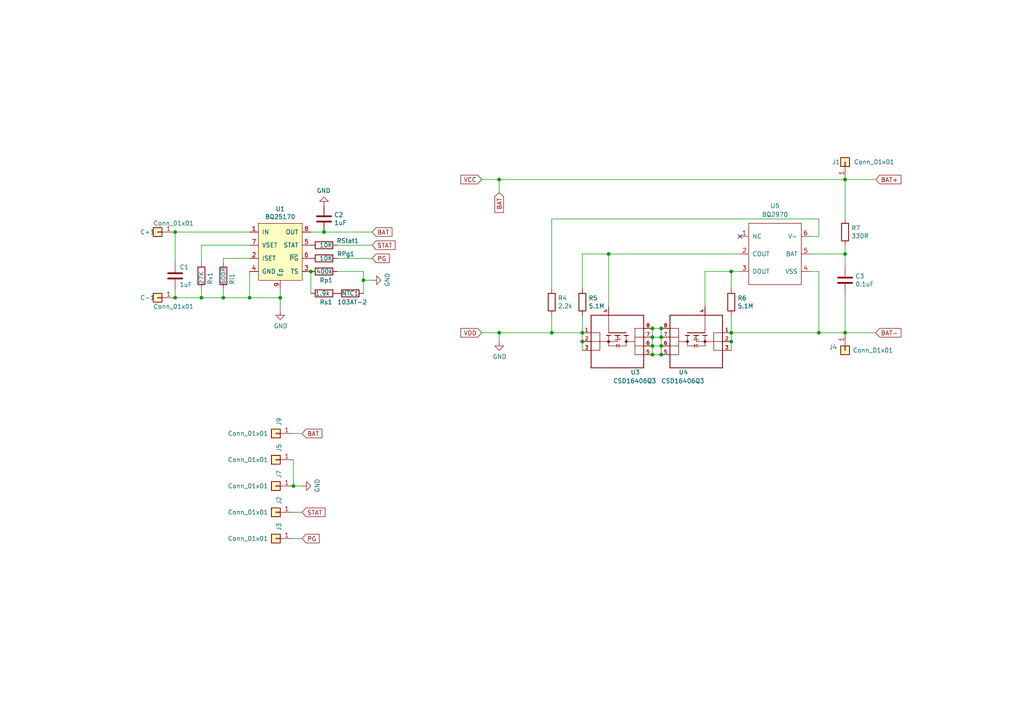
<source format=kicad_sch>
(kicad_sch (version 20211123) (generator eeschema)
  (paper "A4")
  (lib_symbols
    (symbol "BQ25170:BQ25170" (pin_names (offset 1.016))
      (property "Reference" "U" (at 0 11.43 0))
      (property "Value" "BQ25170" (at 0 8.89 0))
      (symbol "BQ25170_0_1"
        (rectangle (start -6.35 7.62) (end 6.35 -8.89) (fill (type background)))
      )
      (symbol "BQ25170_1_1"
        (pin input line (at -8.89 5.08 0) (length 2.54) (name "IN") (number "1"))
        (pin input line (at -8.89 -2.54 0) (length 2.54) (name "ISET") (number "2"))
        (pin input line (at 8.89 -6.35 180) (length 2.54) (name "TS") (number "3"))
        (pin input line (at -8.89 -6.35 0) (length 2.54) (name "GND") (number "4"))
        (pin input line (at 8.89 1.27 180) (length 2.54) (name "STAT") (number "5"))
        (pin input line (at 8.89 -2.54 180) (length 2.54) (name "~{PG}") (number "6"))
        (pin input line (at -8.89 1.27 0) (length 2.54) (name "VSET") (number "7"))
        (pin input line (at 8.89 5.08 180) (length 2.54) (name "OUT") (number "8"))
        (pin input line (at 0 -11.43 90) (length 2.54) (name "Ep") (number "9"))
      )
    )
    (symbol "BQ2970:BQ2970" (pin_names (offset 1.016))
      (property "Reference" "U" (at 0 10.16 0))
      (property "Value" "BQ2970" (at 0 10.16 0))
      (symbol "BQ2970_1_1"
        (rectangle (start -7.62 8.89) (end 7.62 -8.89))
        (pin input line (at -10.16 5.08 0) (length 2.54) (name "NC") (number "1"))
        (pin input line (at -10.16 0 0) (length 2.54) (name "COUT") (number "2"))
        (pin passive line (at -10.16 -5.08 0) (length 2.54) (name "DOUT") (number "3"))
        (pin input line (at 10.16 -5.08 180) (length 2.54) (name "VSS") (number "4"))
        (pin input line (at 10.16 0 180) (length 2.54) (name "BAT") (number "5"))
        (pin input line (at 10.16 5.08 180) (length 2.54) (name "V-") (number "6"))
      )
    )
    (symbol "CSD16406Q3:CSD16406Q3" (pin_names (offset 1.016))
      (property "Reference" "U" (at 0 16.51 0))
      (property "Value" "CSD16406Q3" (at 0 16.51 0))
      (symbol "CSD16406Q3_1_1"
        (circle (center 0 -2.54) (radius 0.2032) (stroke (width 0.4064)))
        (polyline (pts (xy -7.62 -7.62) (xy -7.62 -5.08)) (stroke (width 0.254)))
        (polyline (pts (xy -7.62 -5.08) (xy -7.62 0)) (stroke (width 0.254)))
        (polyline (pts (xy -7.62 -2.54) (xy -3.81 -2.54)) (stroke (width 0.1524)))
        (polyline (pts (xy -7.62 0) (xy -7.62 2.54)) (stroke (width 0.254)))
        (polyline (pts (xy -7.62 2.54) (xy -7.62 5.08)) (stroke (width 0.254)))
        (polyline (pts (xy -7.62 5.08) (xy -7.62 7.62)) (stroke (width 0.254)))
        (polyline (pts (xy -7.62 7.62) (xy 7.62 7.62)) (stroke (width 0.254)))
        (polyline (pts (xy -3.81 -2.54) (xy -2.54 -2.54)) (stroke (width 0.1524)))
        (polyline (pts (xy -3.81 5.08) (xy -3.81 7.62)) (stroke (width 0.1524)))
        (polyline (pts (xy -2.54 -7.62) (xy -2.54 -5.08)) (stroke (width 0.1524)))
        (polyline (pts (xy -2.54 -5.08) (xy 0 -5.08)) (stroke (width 0.1524)))
        (polyline (pts (xy -2.54 2.54) (xy -2.54 -2.54)) (stroke (width 0.254)))
        (polyline (pts (xy -1.778 -2.54) (xy -1.778 -3.175)) (stroke (width 0.254)))
        (polyline (pts (xy -1.778 -1.905) (xy -1.778 -2.54)) (stroke (width 0.254)))
        (polyline (pts (xy -1.778 0) (xy -1.778 -0.762)) (stroke (width 0.254)))
        (polyline (pts (xy -1.778 0) (xy 0 0)) (stroke (width 0.1524)))
        (polyline (pts (xy -1.778 0.762) (xy -1.778 0)) (stroke (width 0.254)))
        (polyline (pts (xy -1.778 2.54) (xy -1.778 1.905)) (stroke (width 0.254)))
        (polyline (pts (xy -1.778 2.54) (xy 0 2.54)) (stroke (width 0.1524)))
        (polyline (pts (xy -1.778 3.175) (xy -1.778 2.54)) (stroke (width 0.254)))
        (polyline (pts (xy -1.27 5.08) (xy -3.81 5.08)) (stroke (width 0.1524)))
        (polyline (pts (xy -1.27 5.08) (xy -1.27 7.62)) (stroke (width 0.1524)))
        (polyline (pts (xy 0 -7.62) (xy 0 -5.08)) (stroke (width 0.1524)))
        (polyline (pts (xy 0 -5.08) (xy 2.54 -5.08)) (stroke (width 0.1524)))
        (polyline (pts (xy 0 -3.81) (xy 0 -5.08)))
        (polyline (pts (xy 0 -3.81) (xy 0 -2.54)) (stroke (width 0.1524)))
        (polyline (pts (xy 0 -2.54) (xy -1.778 -2.54)) (stroke (width 0.1524)))
        (polyline (pts (xy 0 -2.54) (xy 1.27 -2.54)) (stroke (width 0.1524)))
        (polyline (pts (xy 0 0) (xy 0 -2.54)) (stroke (width 0.1524)))
        (polyline (pts (xy 0 2.54) (xy 1.27 2.54)) (stroke (width 0.1524)))
        (polyline (pts (xy 0 5.08) (xy 0 2.54)) (stroke (width 0.1524)))
        (polyline (pts (xy 1.27 0.508) (xy 0.762 0.508)) (stroke (width 0.1524)))
        (polyline (pts (xy 1.27 0.508) (xy 1.27 -2.54)) (stroke (width 0.1524)))
        (polyline (pts (xy 1.27 2.54) (xy 1.27 0.508)) (stroke (width 0.1524)))
        (polyline (pts (xy 1.27 5.08) (xy -1.27 5.08)) (stroke (width 0.1524)))
        (polyline (pts (xy 1.27 5.08) (xy 1.27 7.62)) (stroke (width 0.1524)))
        (polyline (pts (xy 1.778 0.508) (xy 1.27 0.508)) (stroke (width 0.1524)))
        (polyline (pts (xy 2.54 -5.08) (xy 2.54 -7.62)) (stroke (width 0.1524)))
        (polyline (pts (xy 3.81 5.08) (xy 1.27 5.08)) (stroke (width 0.1524)))
        (polyline (pts (xy 3.81 5.08) (xy 3.81 7.62)) (stroke (width 0.1524)))
        (polyline (pts (xy 7.62 -7.62) (xy -7.62 -7.62)) (stroke (width 0.254)))
        (polyline (pts (xy 7.62 -2.54) (xy 7.62 -7.62)) (stroke (width 0.254)))
        (polyline (pts (xy 7.62 0) (xy 7.62 -2.54)) (stroke (width 0.254)))
        (polyline (pts (xy 7.62 2.54) (xy 7.62 0)) (stroke (width 0.254)))
        (polyline (pts (xy 7.62 5.08) (xy 7.62 2.54)) (stroke (width 0.254)))
        (polyline (pts (xy 7.62 7.62) (xy 7.62 5.08)) (stroke (width 0.254)))
        (polyline (pts (xy -1.524 0) (xy -0.508 0.762) (xy -0.508 -0.762)) (stroke (width 0.1524)) (fill (type background)))
        (polyline (pts (xy 1.27 0.508) (xy 0.762 -0.254) (xy 1.778 -0.254)) (stroke (width 0.1524)) (fill (type background)))
        (circle (center 0 2.54) (radius 0.2032) (stroke (width 0.4064)))
        (pin passive line (at -2.54 -10.16 90) (length 2.54) (name "~") (number "1"))
        (pin passive line (at 0 -10.16 90) (length 2.54) (name "~") (number "2"))
        (pin passive line (at 2.54 -10.16 90) (length 2.54) (name "~") (number "3"))
        (pin passive line (at -10.16 -2.54 0) (length 2.54) (name "~") (number "4"))
        (pin passive line (at 3.81 10.16 270) (length 2.54) (name "~") (number "5"))
        (pin passive line (at 1.27 10.16 270) (length 2.54) (name "~") (number "6"))
        (pin passive line (at -1.27 10.16 270) (length 2.54) (name "~") (number "7"))
        (pin passive line (at -3.81 10.16 270) (length 2.54) (name "~") (number "8"))
      )
    )
    (symbol "Connector_Generic:Conn_01x01" (pin_names (offset 1.016) hide)
      (property "Reference" "J" (at 0 2.54 0))
      (property "Value" "Conn_01x01" (at 0 -2.54 0))
      (symbol "Conn_01x01_1_1"
        (rectangle (start -1.27 0.127) (end 0 -0.127) (stroke (width 0.1524)))
        (rectangle (start -1.27 1.27) (end 1.27 -1.27) (stroke (width 0.254)) (fill (type background)))
        (pin passive line (at -5.08 0 0) (length 3.81) (name "Pin_1") (number "1"))
      )
    )
    (symbol "Device:C" (pin_numbers hide) (pin_names (offset 0.254))
      (property "Reference" "C" (at 0.635 2.54 0))
      (property "Value" "C" (at 0.635 -2.54 0))
      (symbol "C_0_1"
        (polyline (pts (xy -2.032 -0.762) (xy 2.032 -0.762)) (stroke (width 0.508)))
        (polyline (pts (xy -2.032 0.762) (xy 2.032 0.762)) (stroke (width 0.508)))
      )
      (symbol "C_1_1"
        (pin passive line (at 0 3.81 270) (length 2.794) (name "~") (number "1"))
        (pin passive line (at 0 -3.81 90) (length 2.794) (name "~") (number "2"))
      )
    )
    (symbol "Device:R" (pin_numbers hide) (pin_names (offset 0))
      (property "Reference" "R" (at 2.032 0 90))
      (property "Value" "R" (at 0 0 90))
      (symbol "R_0_1"
        (rectangle (start -1.016 -2.54) (end 1.016 2.54) (stroke (width 0.254)))
      )
      (symbol "R_1_1"
        (pin passive line (at 0 3.81 270) (length 1.27) (name "~") (number "1"))
        (pin passive line (at 0 -3.81 90) (length 1.27) (name "~") (number "2"))
      )
    )
    (symbol "power:GND" (power) (pin_names (offset 0))
      (property "Value" "GND" (at 0 -3.81 0))
      (symbol "GND_0_1"
        (polyline (pts (xy 0 0) (xy 0 -1.27) (xy 1.27 -1.27) (xy 0 -2.54) (xy -1.27 -1.27) (xy 0 -1.27)))
      )
      (symbol "GND_1_1"
        (pin power_in line (at 0 0 270) (length 0) hide (name "GND") (number "1"))
      )
    )
  )
  (junction (at 58.42 86.36))
  (junction (at 168.91 96.52))
  (junction (at 144.78 96.52))
  (junction (at 212.09 96.52))
  (junction (at 160.02 96.52))
  (junction (at 212.09 78.74))
  (junction (at 176.53 73.66))
  (junction (at 245.11 73.66))
  (junction (at 237.49 96.52))
  (junction (at 189.23 97.79))
  (junction (at 105.41 81.28))
  (junction (at 50.8 86.36))
  (junction (at 189.23 95.25))
  (junction (at 191.77 100.33))
  (junction (at 245.11 96.52))
  (junction (at 168.91 99.06))
  (junction (at 189.23 102.87))
  (junction (at 50.8 67.31))
  (junction (at 81.28 86.36))
  (junction (at 245.11 52.07))
  (junction (at 93.98 67.31))
  (junction (at 191.77 95.25))
  (junction (at 85.09 140.97))
  (junction (at 212.09 99.06))
  (junction (at 191.77 102.87))
  (junction (at 90.17 78.74))
  (junction (at 191.77 97.79))
  (junction (at 72.39 86.36))
  (junction (at 144.78 52.07))
  (junction (at 189.23 100.33))
  (junction (at 64.77 86.36))
  (no_connect (at 214.63 68.58))
  (wire (pts (xy 176.53 73.66) (xy 176.53 88.9)))
  (wire (pts (xy 212.09 96.52) (xy 237.49 96.52)))
  (wire (pts (xy 212.09 91.44) (xy 212.09 96.52)))
  (wire (pts (xy 237.49 68.58) (xy 237.49 63.5)))
  (wire (pts (xy 212.09 101.6) (xy 212.09 99.06)))
  (wire (pts (xy 97.79 74.93) (xy 107.95 74.93)))
  (wire (pts (xy 160.02 91.44) (xy 160.02 96.52)))
  (wire (pts (xy 189.23 95.25) (xy 191.77 95.25)))
  (wire (pts (xy 85.09 156.21) (xy 87.63 156.21)))
  (wire (pts (xy 144.78 96.52) (xy 144.78 99.06)))
  (wire (pts (xy 234.95 68.58) (xy 237.49 68.58)))
  (wire (pts (xy 245.11 73.66) (xy 245.11 77.47)))
  (wire (pts (xy 105.41 81.28) (xy 105.41 85.09)))
  (wire (pts (xy 234.95 73.66) (xy 245.11 73.66)))
  (wire (pts (xy 212.09 99.06) (xy 212.09 96.52)))
  (wire (pts (xy 85.09 148.59) (xy 87.63 148.59)))
  (wire (pts (xy 85.09 125.73) (xy 87.63 125.73)))
  (wire (pts (xy 189.23 95.25) (xy 189.23 97.79)))
  (wire (pts (xy 97.79 71.12) (xy 107.95 71.12)))
  (wire (pts (xy 245.11 52.07) (xy 245.11 63.5)))
  (wire (pts (xy 189.23 100.33) (xy 191.77 100.33)))
  (wire (pts (xy 50.8 67.31) (xy 72.39 67.31)))
  (wire (pts (xy 81.28 86.36) (xy 72.39 86.36)))
  (wire (pts (xy 189.23 100.33) (xy 189.23 102.87)))
  (wire (pts (xy 85.09 133.35) (xy 85.09 140.97)))
  (wire (pts (xy 105.41 78.74) (xy 105.41 81.28)))
  (wire (pts (xy 245.11 52.07) (xy 144.78 52.07)))
  (wire (pts (xy 237.49 78.74) (xy 234.95 78.74)))
  (wire (pts (xy 64.77 74.93) (xy 72.39 74.93)))
  (wire (pts (xy 168.91 83.82) (xy 168.91 73.66)))
  (wire (pts (xy 160.02 63.5) (xy 160.02 83.82)))
  (wire (pts (xy 168.91 99.06) (xy 168.91 101.6)))
  (wire (pts (xy 254 96.52) (xy 245.11 96.52)))
  (wire (pts (xy 245.11 52.07) (xy 254 52.07)))
  (wire (pts (xy 191.77 100.33) (xy 191.77 102.87)))
  (wire (pts (xy 64.77 83.82) (xy 64.77 86.36)))
  (wire (pts (xy 58.42 86.36) (xy 64.77 86.36)))
  (wire (pts (xy 204.47 78.74) (xy 212.09 78.74)))
  (wire (pts (xy 168.91 96.52) (xy 160.02 96.52)))
  (wire (pts (xy 245.11 73.66) (xy 245.11 71.12)))
  (wire (pts (xy 212.09 78.74) (xy 214.63 78.74)))
  (wire (pts (xy 168.91 96.52) (xy 168.91 99.06)))
  (wire (pts (xy 58.42 83.82) (xy 58.42 86.36)))
  (wire (pts (xy 58.42 71.12) (xy 58.42 76.2)))
  (wire (pts (xy 191.77 97.79) (xy 191.77 100.33)))
  (wire (pts (xy 90.17 78.74) (xy 90.17 85.09)))
  (wire (pts (xy 189.23 97.79) (xy 191.77 97.79)))
  (wire (pts (xy 64.77 76.2) (xy 64.77 74.93)))
  (wire (pts (xy 97.79 78.74) (xy 105.41 78.74)))
  (wire (pts (xy 189.23 102.87) (xy 191.77 102.87)))
  (wire (pts (xy 168.91 73.66) (xy 176.53 73.66)))
  (wire (pts (xy 245.11 96.52) (xy 237.49 96.52)))
  (wire (pts (xy 144.78 52.07) (xy 144.78 55.88)))
  (wire (pts (xy 189.23 97.79) (xy 189.23 100.33)))
  (wire (pts (xy 237.49 63.5) (xy 160.02 63.5)))
  (wire (pts (xy 204.47 78.74) (xy 204.47 88.9)))
  (wire (pts (xy 81.28 83.82) (xy 81.28 86.36)))
  (wire (pts (xy 105.41 81.28) (xy 107.95 81.28)))
  (wire (pts (xy 72.39 86.36) (xy 72.39 78.74)))
  (wire (pts (xy 58.42 71.12) (xy 72.39 71.12)))
  (wire (pts (xy 50.8 86.36) (xy 58.42 86.36)))
  (wire (pts (xy 50.8 83.82) (xy 50.8 86.36)))
  (wire (pts (xy 93.98 67.31) (xy 107.95 67.31)))
  (wire (pts (xy 245.11 85.09) (xy 245.11 96.52)))
  (wire (pts (xy 81.28 86.36) (xy 81.28 90.17)))
  (wire (pts (xy 144.78 52.07) (xy 139.7 52.07)))
  (wire (pts (xy 214.63 73.66) (xy 176.53 73.66)))
  (wire (pts (xy 237.49 78.74) (xy 237.49 96.52)))
  (wire (pts (xy 50.8 76.2) (xy 50.8 67.31)))
  (wire (pts (xy 144.78 96.52) (xy 139.7 96.52)))
  (wire (pts (xy 168.91 91.44) (xy 168.91 96.52)))
  (wire (pts (xy 87.63 140.97) (xy 85.09 140.97)))
  (wire (pts (xy 212.09 83.82) (xy 212.09 78.74)))
  (wire (pts (xy 191.77 95.25) (xy 191.77 97.79)))
  (wire (pts (xy 64.77 86.36) (xy 72.39 86.36)))
  (wire (pts (xy 160.02 96.52) (xy 144.78 96.52)))
  (wire (pts (xy 90.17 67.31) (xy 93.98 67.31)))
  (global_label "STAT" (shape input) (at 87.63 148.59 0) (property "Intersheet References" "${INTERSHEET_REFS}" (effects hide)))
  (global_label "PG" (shape input) (at 107.95 74.93 0) (property "Intersheet References" "${INTERSHEET_REFS}" (effects hide)))
  (global_label "BAT" (shape input) (at 144.78 55.88 270) (property "Intersheet References" "${INTERSHEET_REFS}" (effects hide)))
  (global_label "STAT" (shape input) (at 107.95 71.12 0) (property "Intersheet References" "${INTERSHEET_REFS}" (effects hide)))
  (global_label "PG" (shape input) (at 87.63 156.21 0) (property "Intersheet References" "${INTERSHEET_REFS}" (effects hide)))
  (global_label "VDD" (shape input) (at 139.7 96.52 180) (property "Intersheet References" "${INTERSHEET_REFS}" (effects hide)))
  (global_label "BAT" (shape input) (at 87.63 125.73 0) (property "Intersheet References" "${INTERSHEET_REFS}" (effects hide)))
  (global_label "BAT" (shape input) (at 107.95 67.31 0) (property "Intersheet References" "${INTERSHEET_REFS}" (effects hide)))
  (global_label "BAT+" (shape input) (at 254 52.07 0) (property "Intersheet References" "${INTERSHEET_REFS}" (effects hide)))
  (global_label "BAT-" (shape input) (at 254 96.52 0) (property "Intersheet References" "${INTERSHEET_REFS}" (effects hide)))
  (global_label "VCC" (shape input) (at 139.7 52.07 180) (property "Intersheet References" "${INTERSHEET_REFS}" (effects hide)))
  (symbol (lib_id "BQ25170:BQ25170") (at 81.28 72.39 0) (unit 1)
    (property "Reference" "U1" (at 81.28 60.579 0))
    (property "Value" "BQ25170" (at 81.28 62.8904 0))
    (property "Footprint" "Package_SON:WSON-8-1EP_2x2mm_P0.5mm_EP0.9x1.6mm_ThermalVias" (effects hide))
  )
  (symbol (lib_id "Device:C") (at 50.8 80.01 0) (unit 1)
    (property "Reference" "C1" (at 52.07 77.47 0) (effects (justify left)))
    (property "Value" "1uF" (at 52.07 82.55 0) (effects (justify left)))
    (property "Footprint" "Capacitor_SMD:C_0402_1005Metric" (effects hide))
  )
  (symbol (lib_id "Device:R") (at 58.42 80.01 0) (unit 1)
    (property "Reference" "Rv1" (at 60.96 82.55 90) (effects (justify left)))
    (property "Value" "27K" (at 58.42 82.55 90) (effects (justify left)))
    (property "Footprint" "Resistor_SMD:R_0402_1005Metric" (effects hide))
  )
  (symbol (lib_id "Device:R") (at 64.77 80.01 0) (unit 1)
    (property "Reference" "Ri1" (at 67.31 82.55 90) (effects (justify left)))
    (property "Value" "600R" (at 64.77 82.55 90) (effects (justify left)))
    (property "Footprint" "Resistor_SMD:R_0402_1005Metric" (effects hide))
  )
  (symbol (lib_id "Device:C") (at 93.98 63.5 0) (unit 1)
    (property "Reference" "C2" (at 96.901 62.3316 0) (effects (justify left)))
    (property "Value" "1uF" (at 96.901 64.643 0) (effects (justify left)))
    (property "Footprint" "Capacitor_SMD:C_0402_1005Metric" (effects hide))
  )
  (symbol (lib_id "power:GND") (at 93.98 59.69 180) (unit 1)
    (property "Reference" "#PWR02" (effects hide))
    (property "Value" "GND" (at 93.853 55.2958 0))
  )
  (symbol (lib_id "Device:R") (at 93.98 71.12 90) (unit 1)
    (property "Reference" "RStat1" (at 104.14 69.85 90) (effects (justify left)))
    (property "Value" "10K" (at 96.52 71.12 90) (effects (justify left)))
    (property "Footprint" "Resistor_SMD:R_0402_1005Metric" (effects hide))
  )
  (symbol (lib_id "Device:R") (at 93.98 74.93 90) (unit 1)
    (property "Reference" "RPg1" (at 102.87 73.66 90) (effects (justify left)))
    (property "Value" "10K" (at 96.52 74.93 90) (effects (justify left)))
    (property "Footprint" "Resistor_SMD:R_0402_1005Metric" (effects hide))
  )
  (symbol (lib_id "Device:R") (at 101.6 85.09 270) (unit 1)
    (property "Reference" "NTC1" (at 99.06 85.09 90) (effects (justify left)))
    (property "Value" " 103AT-2" (at 97.79 87.63 90) (effects (justify left)))
    (property "Footprint" "Resistor_THT:R_Axial_DIN0204_L3.6mm_D1.6mm_P1.90mm_Vertical" (effects hide))
  )
  (symbol (lib_id "Device:R") (at 93.98 85.09 270) (unit 1)
    (property "Reference" "Rs1" (at 92.71 87.63 90) (effects (justify left)))
    (property "Value" "1.9k" (at 91.44 85.09 90) (effects (justify left)))
    (property "Footprint" "Resistor_SMD:R_0402_1005Metric" (effects hide))
  )
  (symbol (lib_id "power:GND") (at 107.95 81.28 90) (unit 1)
    (property "Reference" "#PWR03" (effects hide))
    (property "Value" "GND" (at 112.3442 81.153 0))
  )
  (symbol (lib_id "Device:R") (at 93.98 78.74 90) (unit 1)
    (property "Reference" "Rp1" (at 96.52 81.28 90) (effects (justify left)))
    (property "Value" "400k" (at 96.52 78.74 90) (effects (justify left)))
    (property "Footprint" "Resistor_SMD:R_0402_1005Metric" (effects hide))
  )
  (symbol (lib_id "Connector_Generic:Conn_01x01") (at 245.11 46.99 90) (unit 1)
    (property "Reference" "J1" (at 241.3 46.99 90) (effects (justify right)))
    (property "Value" "Conn_01x01" (at 247.65 46.99 90) (effects (justify right)))
    (property "Footprint" "TestPoint:TestPoint_Pad_2.0x2.0mm" (effects hide))
  )
  (symbol (lib_id "Connector_Generic:Conn_01x01") (at 80.01 148.59 180) (unit 1)
    (property "Reference" "J2" (at 80.9244 146.3548 90) (effects (justify right)))
    (property "Value" "Conn_01x01" (at 66.04 148.59 0) (effects (justify right)))
    (property "Footprint" "TestPoint:TestPoint_Pad_2.0x2.0mm" (effects hide))
  )
  (symbol (lib_id "Connector_Generic:Conn_01x01") (at 80.01 156.21 180) (unit 1)
    (property "Reference" "J3" (at 80.9244 153.9748 90) (effects (justify right)))
    (property "Value" "Conn_01x01" (at 66.04 156.21 0) (effects (justify right)))
    (property "Footprint" "TestPoint:TestPoint_Pad_2.0x2.0mm" (effects hide))
  )
  (symbol (lib_id "Connector_Generic:Conn_01x01") (at 45.72 86.36 180) (unit 1)
    (property "Reference" "C-1" (at 40.64 86.36 0) (effects (justify right)))
    (property "Value" "Conn_01x01" (at 44.45 88.9 0) (effects (justify right)))
    (property "Footprint" "TestPoint:TestPoint_Pad_2.0x2.0mm" (effects hide))
  )
  (symbol (lib_id "Connector_Generic:Conn_01x01") (at 80.01 133.35 180) (unit 1)
    (property "Reference" "J5" (at 80.9244 131.1148 90) (effects (justify right)))
    (property "Value" "Conn_01x01" (at 66.04 133.35 0) (effects (justify right)))
    (property "Footprint" "TestPoint:TestPoint_Pad_2.0x2.0mm" (effects hide))
  )
  (symbol (lib_id "Connector_Generic:Conn_01x01") (at 80.01 140.97 180) (unit 1)
    (property "Reference" "J7" (at 80.9244 138.7348 90) (effects (justify right)))
    (property "Value" "Conn_01x01" (at 66.04 140.97 0) (effects (justify right)))
    (property "Footprint" "TestPoint:TestPoint_Pad_2.0x2.0mm" (effects hide))
  )
  (symbol (lib_id "power:GND") (at 87.63 140.97 90) (unit 1)
    (property "Reference" "#PWR04" (effects hide))
    (property "Value" "GND" (at 92.0242 140.843 0))
  )
  (symbol (lib_id "Connector_Generic:Conn_01x01") (at 45.72 67.31 180) (unit 1)
    (property "Reference" "C+1" (at 40.64 67.31 0) (effects (justify right)))
    (property "Value" "Conn_01x01" (at 44.45 64.77 0) (effects (justify right)))
    (property "Footprint" "TestPoint:TestPoint_Pad_2.0x2.0mm" (effects hide))
  )
  (symbol (lib_id "Connector_Generic:Conn_01x01") (at 80.01 125.73 180) (unit 1)
    (property "Reference" "J9" (at 80.9244 123.4948 90) (effects (justify right)))
    (property "Value" "Conn_01x01" (at 66.04 125.73 0) (effects (justify right)))
    (property "Footprint" "TestPoint:TestPoint_Pad_2.0x2.0mm" (effects hide))
  )
  (symbol (lib_id "CSD16406Q3:CSD16406Q3") (at 179.07 99.06 270) (unit 1)
    (property "Reference" "U3" (at 182.88 107.95 90) (effects (justify left)))
    (property "Value" "CSD16406Q3" (at 177.8 110.49 90) (effects (justify left)))
    (property "Footprint" "CSD16406Q3:CSD16406Q3" (effects hide))
    (property "AVAILABILITY" "Good" (effects hide))
    (property "MOUSER-PURCHASE-URL" "https://snapeda.com/shop?store=Mouser&id=288071" (effects hide))
    (property "MF" "Texas Instruments" (effects hide))
    (property "DESCRIPTION" "25V, N ch NexFET MOSFET, single SON3x3, 7.4mOhm 8-VSON-CLIP -55 to 150" (effects hide))
    (property "TEXAS_INSTRUMENTS-PURCHASE-URL" "https://snapeda.com/shop?store=Texas+Instruments&id=288071" (effects hide))
    (property "PRICE" "None" (effects hide))
    (property "PACKAGE" "VSON-CLIP-8 Texas Instruments" (effects hide))
    (property "MP" "CSD16406Q3" (effects hide))
    (property "DIGIKEY-PURCHASE-URL" "https://snapeda.com/shop?store=DigiKey&id=288071" (effects hide))
  )
  (symbol (lib_id "CSD16406Q3:CSD16406Q3") (at 201.93 99.06 90) (mirror x) (unit 1)
    (property "Reference" "U4" (at 196.85 107.95 90) (effects (justify right)))
    (property "Value" "CSD16406Q3" (at 191.77 110.49 90) (effects (justify right)))
    (property "Footprint" "CSD16406Q3:CSD16406Q3" (effects hide))
    (property "AVAILABILITY" "Good" (effects hide))
    (property "MOUSER-PURCHASE-URL" "https://snapeda.com/shop?store=Mouser&id=288071" (effects hide))
    (property "MF" "Texas Instruments" (effects hide))
    (property "DESCRIPTION" "25V, N ch NexFET MOSFET, single SON3x3, 7.4mOhm 8-VSON-CLIP -55 to 150" (effects hide))
    (property "TEXAS_INSTRUMENTS-PURCHASE-URL" "https://snapeda.com/shop?store=Texas+Instruments&id=288071" (effects hide))
    (property "PRICE" "None" (effects hide))
    (property "PACKAGE" "VSON-CLIP-8 Texas Instruments" (effects hide))
    (property "MP" "CSD16406Q3" (effects hide))
    (property "DIGIKEY-PURCHASE-URL" "https://snapeda.com/shop?store=DigiKey&id=288071" (effects hide))
  )
  (symbol (lib_id "Device:R") (at 168.91 87.63 0) (unit 1)
    (property "Reference" "R5" (at 170.688 86.4616 0) (effects (justify left)))
    (property "Value" "5.1M" (at 170.688 88.773 0) (effects (justify left)))
    (property "Footprint" "Resistor_SMD:R_0402_1005Metric" (effects hide))
  )
  (symbol (lib_id "Device:R") (at 212.09 87.63 0) (unit 1)
    (property "Reference" "R6" (at 213.868 86.4616 0) (effects (justify left)))
    (property "Value" "5.1M" (at 213.868 88.773 0) (effects (justify left)))
    (property "Footprint" "Resistor_SMD:R_0402_1005Metric" (effects hide))
  )
  (symbol (lib_id "Device:R") (at 160.02 87.63 0) (unit 1)
    (property "Reference" "R4" (at 161.798 86.4616 0) (effects (justify left)))
    (property "Value" "2.2k" (at 161.798 88.773 0) (effects (justify left)))
    (property "Footprint" "Resistor_SMD:R_0402_1005Metric" (effects hide))
  )
  (symbol (lib_id "BQ2970:BQ2970") (at 224.79 73.66 0) (unit 1)
    (property "Reference" "U5" (at 224.79 59.69 0))
    (property "Value" "BQ2970" (at 224.79 62.23 0))
    (property "Footprint" "Package_SON:WSON-6_1.5x1.5mm_P0.5mm" (effects hide))
  )
  (symbol (lib_id "Device:C") (at 245.11 81.28 0) (unit 1)
    (property "Reference" "C3" (at 248.031 80.1116 0) (effects (justify left)))
    (property "Value" "0.1uF" (at 248.031 82.423 0) (effects (justify left)))
    (property "Footprint" "Capacitor_SMD:C_0402_1005Metric" (effects hide))
  )
  (symbol (lib_id "Device:R") (at 245.11 67.31 0) (unit 1)
    (property "Reference" "R7" (at 246.888 66.1416 0) (effects (justify left)))
    (property "Value" "330R" (at 246.888 68.453 0) (effects (justify left)))
    (property "Footprint" "Resistor_SMD:R_0402_1005Metric" (effects hide))
  )
  (symbol (lib_id "power:GND") (at 81.28 90.17 0) (unit 1)
    (property "Reference" "#PWR0101" (effects hide))
    (property "Value" "GND" (at 81.407 94.5642 0))
  )
  (symbol (lib_id "power:GND") (at 144.78 99.06 0) (unit 1)
    (property "Reference" "#PWR0102" (effects hide))
    (property "Value" "GND" (at 144.907 103.4542 0))
  )
  (symbol (lib_id "Connector_Generic:Conn_01x01") (at 245.11 101.6 270) (unit 1)
    (property "Reference" "J4" (at 242.8748 100.6856 90) (effects (justify right)))
    (property "Value" "Conn_01x01" (at 259.08 101.6 90) (effects (justify right)))
    (property "Footprint" "TestPoint:TestPoint_Pad_2.0x2.0mm" (effects hide))
  )
)
</source>
